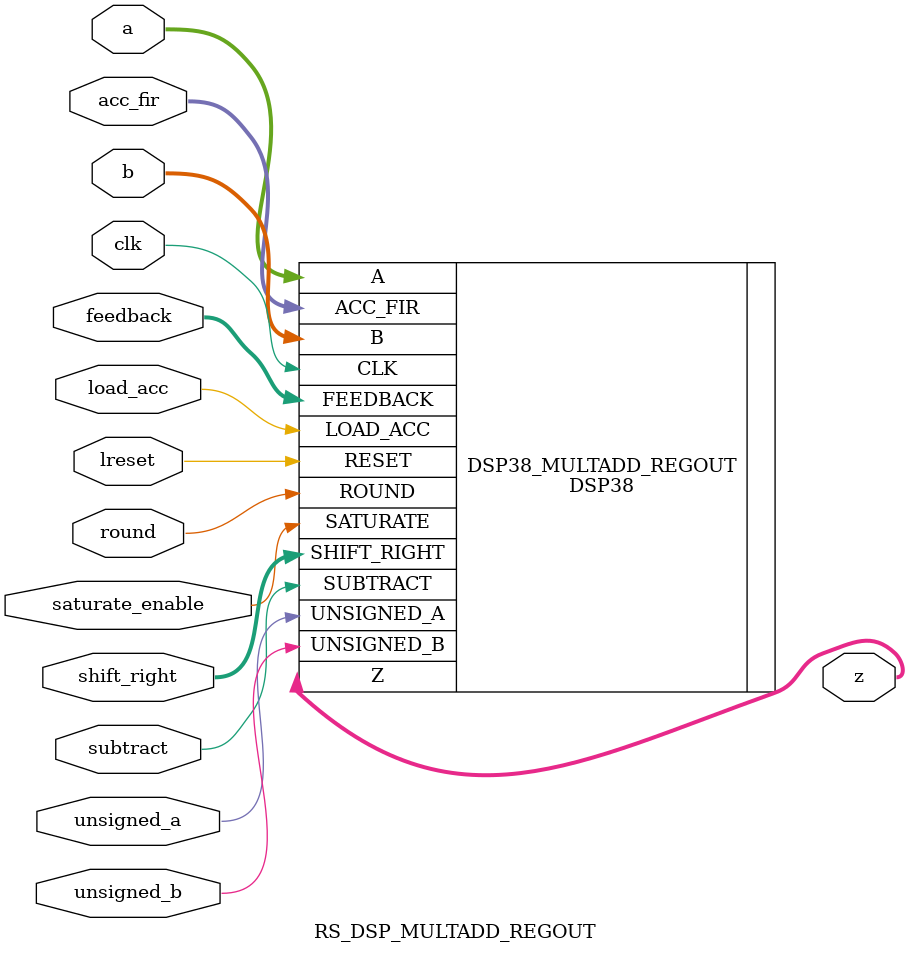
<source format=v>
module RS_DSP_MULTADD_REGOUT (
    input  wire [19:0] a,
    input  wire [17:0] b,
    output wire [37:0] z,

    (* clkbuf_sink *)
    input  wire        clk,
    input  wire        lreset,

    input  wire [ 2:0] feedback,
    input  wire [ 5:0] acc_fir,
    input  wire        load_acc,
    input  wire        unsigned_a,
    input  wire        unsigned_b,

    input  wire        saturate_enable,
    input  wire [ 5:0] shift_right,
    input  wire        round,
    input  wire        subtract
);

DSP38 #(
    .DSP_MODE("MULTIPLY_ADD_SUB"),
    .OUTPUT_REG_EN("TRUE"),
    .INPUT_REG_EN("FALSE")
) DSP38_MULTADD_REGOUT (
    .A(a),
    .B(b),
    .Z(z),
    .FEEDBACK(feedback),
    .UNSIGNED_A(unsigned_a),
    .UNSIGNED_B(unsigned_b),
    .CLK(clk),
    .RESET(lreset),
    .ACC_FIR(acc_fir),
    .LOAD_ACC(load_acc),
    .SATURATE(saturate_enable),
    .SHIFT_RIGHT(shift_right),
    .ROUND(round),
    .SUBTRACT(subtract)
);

endmodule

</source>
